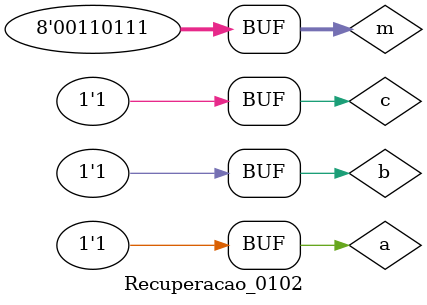
<source format=v>
/*
 Recuperacao_0102.v - v0.0. - 30 / 10 / 2022
 Autor    : Gabriel Vargas Bento de Souza
 Matricula: 778023
 */

/**
  Module f (a,b,c)
 */
module f (output s, 
          input a, b, c);

   wire w1, w2;

   or  OR__1 (s,a,w1);
   not NOT_1 (w2,c);
   and AND_1 (w1,w2,b);
endmodule // s = f (a,b,c)

/**
  Recuperacao_0102.v
 */
module Recuperacao_0102;
   reg  a, b, c;
   reg[7:0] m;
   wire s;
   
   // instancias
   f F_1 (s, a, b, c);
   
   // valores iniciais
   initial begin: start
      a=1'bx; b=1'bx; c=1'bx;                     
   end

   // parte principal
   initial begin: main
       $display("Gabriel Vargas Bento de Souza - 778023");
       $display("Recuperacao_01");
       $display("\n02. f(a,b,c)\n");

       // monitoramento
       $display(" m  a  b  c  s");
       $monitor("%2c %2b %2b %2b %2b", m, a, b, c, s);

       // sinalizacao
          a=0; b=0; c=0; m="0";
       #1           c=1; m="1";
       #1      b=1; c=0; m="2";
       #1           c=1; m="3";
       #1 a=1; b=0; c=0; m="4";
       #1           c=1; m="5";
       #1      b=1; c=0; m="6";
       #1           c=1; m="7";
   end
endmodule // Recuperacao_0102

/*
gabriel@desktop-ubuntu:~/Desktop/CC-PUC/2periodo/ARQ1/Tarefas/Recuperacao01$ vvp Recuperacao_0102.vvp
Gabriel Vargas Bento de Souza - 778023
Recuperacao_01

02. f(a,b,c)

 m  a  b  c  s
 0  0  0  0  0
 1  0  0  1  0
 2  0  1  0  1
 3  0  1  1  0
 4  1  0  0  1
 5  1  0  1  1
 6  1  1  0  1
 7  1  1  1  1

*/
</source>
